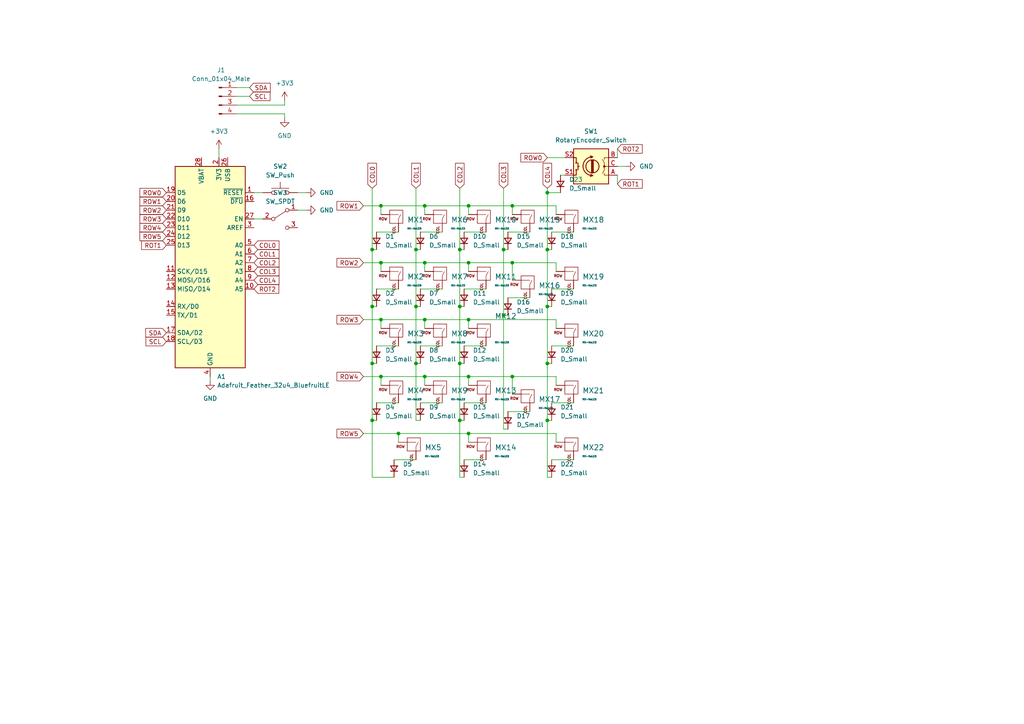
<source format=kicad_sch>
(kicad_sch (version 20211123) (generator eeschema)
  (paper "A4")
  (lib_symbols
    (symbol "Connector:Conn_01x04_Male" (pin_names (offset 1.016) hide)
      (property "Reference" "J" (at 0 5.08 0))
      (property "Value" "Conn_01x04_Male" (at 0 -7.62 0))
      (symbol "Conn_01x04_Male_1_1"
        (polyline (pts (xy 1.27 -5.08) (xy 0.8636 -5.08)) (stroke (width 0.1524)))
        (polyline (pts (xy 1.27 -2.54) (xy 0.8636 -2.54)) (stroke (width 0.1524)))
        (polyline (pts (xy 1.27 0) (xy 0.8636 0)) (stroke (width 0.1524)))
        (polyline (pts (xy 1.27 2.54) (xy 0.8636 2.54)) (stroke (width 0.1524)))
        (rectangle (start 0.8636 -4.953) (end 0 -5.207) (stroke (width 0.1524)) (fill (type outline)))
        (rectangle (start 0.8636 -2.413) (end 0 -2.667) (stroke (width 0.1524)) (fill (type outline)))
        (rectangle (start 0.8636 0.127) (end 0 -0.127) (stroke (width 0.1524)) (fill (type outline)))
        (rectangle (start 0.8636 2.667) (end 0 2.413) (stroke (width 0.1524)) (fill (type outline)))
        (pin passive line (at 5.08 2.54 180) (length 3.81) (name "Pin_1") (number "1"))
        (pin passive line (at 5.08 0 180) (length 3.81) (name "Pin_2") (number "2"))
        (pin passive line (at 5.08 -2.54 180) (length 3.81) (name "Pin_3") (number "3"))
        (pin passive line (at 5.08 -5.08 180) (length 3.81) (name "Pin_4") (number "4"))
      )
    )
    (symbol "Device:D_Small" (pin_numbers hide) (pin_names (offset 0.254) hide)
      (property "Reference" "D" (at -1.27 2.032 0))
      (property "Value" "D_Small" (at -3.81 -2.032 0))
      (symbol "D_Small_0_1"
        (polyline (pts (xy -0.762 -1.016) (xy -0.762 1.016)) (stroke (width 0.254)))
        (polyline (pts (xy -0.762 0) (xy 0.762 0)))
        (polyline (pts (xy 0.762 -1.016) (xy -0.762 0) (xy 0.762 1.016) (xy 0.762 -1.016)) (stroke (width 0.254)))
      )
      (symbol "D_Small_1_1"
        (pin passive line (at -2.54 0 0) (length 1.778) (name "K") (number "1"))
        (pin passive line (at 2.54 0 180) (length 1.778) (name "A") (number "2"))
      )
    )
    (symbol "Device:RotaryEncoder_Switch" (pin_names (offset 0.254) hide)
      (property "Reference" "SW" (at 0 6.604 0))
      (property "Value" "RotaryEncoder_Switch" (at 0 -6.604 0))
      (symbol "RotaryEncoder_Switch_0_1"
        (rectangle (start -5.08 5.08) (end 5.08 -5.08) (stroke (width 0.254)) (fill (type background)))
        (circle (center -3.81 0) (radius 0.254) (fill (type outline)))
        (arc (start -0.381 -2.794) (mid 2.3622 -0.0508) (end -0.381 2.667) (stroke (width 0.254)))
        (circle (center -0.381 0) (radius 1.905) (stroke (width 0.254)))
        (polyline (pts (xy -0.635 -1.778) (xy -0.635 1.778)) (stroke (width 0.254)))
        (polyline (pts (xy -0.381 -1.778) (xy -0.381 1.778)) (stroke (width 0.254)))
        (polyline (pts (xy -0.127 1.778) (xy -0.127 -1.778)) (stroke (width 0.254)))
        (polyline (pts (xy 3.81 0) (xy 3.429 0)) (stroke (width 0.254)))
        (polyline (pts (xy 3.81 1.016) (xy 3.81 -1.016)) (stroke (width 0.254)))
        (polyline (pts (xy -5.08 -2.54) (xy -3.81 -2.54) (xy -3.81 -2.032)))
        (polyline (pts (xy -5.08 2.54) (xy -3.81 2.54) (xy -3.81 2.032)))
        (polyline (pts (xy 0.254 -3.048) (xy -0.508 -2.794) (xy 0.127 -2.413)) (stroke (width 0.254)))
        (polyline (pts (xy 0.254 2.921) (xy -0.508 2.667) (xy 0.127 2.286)) (stroke (width 0.254)))
        (polyline (pts (xy 5.08 -2.54) (xy 4.318 -2.54) (xy 4.318 -1.016)) (stroke (width 0.254)))
        (polyline (pts (xy 5.08 2.54) (xy 4.318 2.54) (xy 4.318 1.016)) (stroke (width 0.254)))
        (polyline (pts (xy -5.08 0) (xy -3.81 0) (xy -3.81 -1.016) (xy -3.302 -2.032)))
        (polyline (pts (xy -4.318 0) (xy -3.81 0) (xy -3.81 1.016) (xy -3.302 2.032)))
        (circle (center 4.318 -1.016) (radius 0.127) (stroke (width 0.254)))
        (circle (center 4.318 1.016) (radius 0.127) (stroke (width 0.254)))
      )
      (symbol "RotaryEncoder_Switch_1_1"
        (pin passive line (at -7.62 2.54 0) (length 2.54) (name "A") (number "A"))
        (pin passive line (at -7.62 -2.54 0) (length 2.54) (name "B") (number "B"))
        (pin passive line (at -7.62 0 0) (length 2.54) (name "C") (number "C"))
        (pin passive line (at 7.62 2.54 180) (length 2.54) (name "S1") (number "S1"))
        (pin passive line (at 7.62 -2.54 180) (length 2.54) (name "S2") (number "S2"))
      )
    )
    (symbol "MCU_Module:Adafruit_Feather_32u4_BluefruitLE"
      (property "Reference" "A" (at -10.16 28.575 0))
      (property "Value" "Adafruit_Feather_32u4_BluefruitLE" (at 2.54 -31.75 0))
      (symbol "Adafruit_Feather_32u4_BluefruitLE_0_1"
        (rectangle (start -10.16 27.94) (end 10.16 -30.48) (stroke (width 0.254)) (fill (type background)))
      )
      (symbol "Adafruit_Feather_32u4_BluefruitLE_1_1"
        (pin input line (at 12.7 20.32 180) (length 2.54) (name "~{RESET}") (number "1"))
        (pin bidirectional line (at 12.7 -7.62 180) (length 2.54) (name "A5") (number "10"))
        (pin bidirectional line (at -12.7 -2.54 0) (length 2.54) (name "SCK/D15") (number "11"))
        (pin bidirectional line (at -12.7 -5.08 0) (length 2.54) (name "MOSI/D16") (number "12"))
        (pin bidirectional line (at -12.7 -7.62 0) (length 2.54) (name "MISO/D14") (number "13"))
        (pin bidirectional line (at -12.7 -12.7 0) (length 2.54) (name "RX/D0") (number "14"))
        (pin bidirectional line (at -12.7 -15.24 0) (length 2.54) (name "TX/D1") (number "15"))
        (pin input line (at 12.7 17.78 180) (length 2.54) (name "~{DFU}") (number "16"))
        (pin bidirectional line (at -12.7 -20.32 0) (length 2.54) (name "SDA/D2") (number "17"))
        (pin bidirectional line (at -12.7 -22.86 0) (length 2.54) (name "SCL/D3") (number "18"))
        (pin bidirectional line (at -12.7 20.32 0) (length 2.54) (name "D5") (number "19"))
        (pin power_in line (at 2.54 30.48 270) (length 2.54) (name "3V3") (number "2"))
        (pin bidirectional line (at -12.7 17.78 0) (length 2.54) (name "D6") (number "20"))
        (pin bidirectional line (at -12.7 15.24 0) (length 2.54) (name "D9") (number "21"))
        (pin bidirectional line (at -12.7 12.7 0) (length 2.54) (name "D10") (number "22"))
        (pin bidirectional line (at -12.7 10.16 0) (length 2.54) (name "D11") (number "23"))
        (pin bidirectional line (at -12.7 7.62 0) (length 2.54) (name "D12") (number "24"))
        (pin bidirectional line (at -12.7 5.08 0) (length 2.54) (name "D13") (number "25"))
        (pin power_in line (at 5.08 30.48 270) (length 2.54) (name "USB") (number "26"))
        (pin input line (at 12.7 12.7 180) (length 2.54) (name "EN") (number "27"))
        (pin power_in line (at -2.54 30.48 270) (length 2.54) (name "VBAT") (number "28"))
        (pin input line (at 12.7 10.16 180) (length 2.54) (name "AREF") (number "3"))
        (pin power_in line (at 0 -33.02 90) (length 2.54) (name "GND") (number "4"))
        (pin bidirectional line (at 12.7 5.08 180) (length 2.54) (name "A0") (number "5"))
        (pin bidirectional line (at 12.7 2.54 180) (length 2.54) (name "A1") (number "6"))
        (pin bidirectional line (at 12.7 0 180) (length 2.54) (name "A2") (number "7"))
        (pin bidirectional line (at 12.7 -2.54 180) (length 2.54) (name "A3") (number "8"))
        (pin bidirectional line (at 12.7 -5.08 180) (length 2.54) (name "A4") (number "9"))
      )
    )
    (symbol "MX_Alps_Hybrid:MX-NoLED" (pin_names (offset 1.016))
      (property "Reference" "MX" (at -0.635 3.81 0))
      (property "Value" "MX-NoLED" (at -0.635 1.27 0))
      (symbol "MX-NoLED_0_0"
        (rectangle (start -2.54 2.54) (end 1.27 -1.27))
        (polyline (pts (xy -1.27 -1.27) (xy -1.27 1.27)) (stroke (width 0.127)))
        (polyline (pts (xy 1.27 1.27) (xy 0 1.27) (xy -1.27 1.905)) (stroke (width 0.127)))
        (text "COL" (at 3.175 0 0) (effects (font (size 0.762 0.762))))
        (text "ROW" (at 0 -1.905 900) (effects (font (size 0.762 0.762)) (justify right)))
      )
      (symbol "MX-NoLED_1_1"
        (pin passive line (at 3.81 1.27 180) (length 2.54) (name "COL") (number "1"))
        (pin passive line (at -1.27 -3.81 90) (length 2.54) (name "ROW") (number "2"))
      )
    )
    (symbol "Switch:SW_Push" (pin_numbers hide) (pin_names (offset 1.016) hide)
      (property "Reference" "SW" (at 1.27 2.54 0))
      (property "Value" "SW_Push" (at 0 -1.524 0))
      (symbol "SW_Push_0_1"
        (circle (center -2.032 0) (radius 0.508))
        (polyline (pts (xy 0 1.27) (xy 0 3.048)))
        (polyline (pts (xy 2.54 1.27) (xy -2.54 1.27)))
        (circle (center 2.032 0) (radius 0.508))
        (pin passive line (at -5.08 0 0) (length 2.54) (name "1") (number "1"))
        (pin passive line (at 5.08 0 180) (length 2.54) (name "2") (number "2"))
      )
    )
    (symbol "Switch:SW_SPDT" (pin_names (offset 0) hide)
      (property "Reference" "SW" (at 0 4.318 0))
      (property "Value" "SW_SPDT" (at 0 -5.08 0))
      (symbol "SW_SPDT_0_0"
        (circle (center -2.032 0) (radius 0.508))
        (circle (center 2.032 -2.54) (radius 0.508))
      )
      (symbol "SW_SPDT_0_1"
        (polyline (pts (xy -1.524 0.254) (xy 1.651 2.286)))
        (circle (center 2.032 2.54) (radius 0.508))
      )
      (symbol "SW_SPDT_1_1"
        (pin passive line (at 5.08 2.54 180) (length 2.54) (name "A") (number "1"))
        (pin passive line (at -5.08 0 0) (length 2.54) (name "B") (number "2"))
        (pin passive line (at 5.08 -2.54 180) (length 2.54) (name "C") (number "3"))
      )
    )
    (symbol "power:+3V3" (power) (pin_names (offset 0))
      (property "Value" "+3V3" (at 0 3.556 0))
      (symbol "+3V3_0_1"
        (polyline (pts (xy -0.762 1.27) (xy 0 2.54)))
        (polyline (pts (xy 0 0) (xy 0 2.54)))
        (polyline (pts (xy 0 2.54) (xy 0.762 1.27)))
      )
      (symbol "+3V3_1_1"
        (pin power_in line (at 0 0 90) (length 0) hide (name "+3V3") (number "1"))
      )
    )
    (symbol "power:GND" (power) (pin_names (offset 0))
      (property "Value" "GND" (at 0 -3.81 0))
      (symbol "GND_0_1"
        (polyline (pts (xy 0 0) (xy 0 -1.27) (xy 1.27 -1.27) (xy 0 -2.54) (xy -1.27 -1.27) (xy 0 -1.27)))
      )
      (symbol "GND_1_1"
        (pin power_in line (at 0 0 270) (length 0) hide (name "GND") (number "1"))
      )
    )
  )
  (junction (at 135.89 125.73))
  (junction (at 133.35 121.92))
  (junction (at 135.89 92.71))
  (junction (at 146.05 91.44))
  (junction (at 158.75 72.39))
  (junction (at 115.57 125.73))
  (junction (at 120.65 88.9))
  (junction (at 148.59 59.69))
  (junction (at 148.59 109.22))
  (junction (at 120.65 72.39))
  (junction (at 120.65 105.41))
  (junction (at 135.89 76.2))
  (junction (at 107.95 121.92))
  (junction (at 133.35 72.39))
  (junction (at 107.95 105.41))
  (junction (at 123.19 92.71))
  (junction (at 133.35 105.41))
  (junction (at 146.05 72.39))
  (junction (at 110.49 59.69))
  (junction (at 110.49 92.71))
  (junction (at 107.95 88.9))
  (junction (at 135.89 109.22))
  (junction (at 158.75 105.41))
  (junction (at 123.19 59.69))
  (junction (at 158.75 55.88))
  (junction (at 148.59 76.2))
  (junction (at 158.75 121.92))
  (junction (at 110.49 109.22))
  (junction (at 110.49 76.2))
  (junction (at 107.95 72.39))
  (junction (at 158.75 88.9))
  (junction (at 133.35 88.9))
  (junction (at 123.19 76.2))
  (junction (at 135.89 59.69))
  (junction (at 123.19 109.22))
  (wire (pts (xy 140.97 133.35) (xy 134.62 133.35)))
  (wire (pts (xy 133.35 121.92) (xy 133.35 138.43)))
  (wire (pts (xy 82.55 34.29) (xy 82.55 33.02)))
  (wire (pts (xy 161.29 92.71) (xy 161.29 95.25)))
  (wire (pts (xy 109.22 72.39) (xy 107.95 72.39)))
  (wire (pts (xy 109.22 83.82) (xy 115.57 83.82)))
  (wire (pts (xy 133.35 121.92) (xy 134.62 121.92)))
  (wire (pts (xy 107.95 88.9) (xy 107.95 105.41)))
  (wire (pts (xy 68.58 33.02) (xy 82.55 33.02)))
  (wire (pts (xy 135.89 125.73) (xy 135.89 128.27)))
  (wire (pts (xy 147.32 72.39) (xy 146.05 72.39)))
  (wire (pts (xy 158.75 105.41) (xy 160.02 105.41)))
  (wire (pts (xy 123.19 92.71) (xy 123.19 95.25)))
  (wire (pts (xy 105.41 109.22) (xy 110.49 109.22)))
  (wire (pts (xy 161.29 76.2) (xy 148.59 76.2)))
  (wire (pts (xy 179.07 50.8) (xy 179.07 53.34)))
  (wire (pts (xy 120.65 133.35) (xy 114.3 133.35)))
  (wire (pts (xy 120.65 88.9) (xy 120.65 72.39)))
  (wire (pts (xy 133.35 72.39) (xy 133.35 88.9)))
  (wire (pts (xy 109.22 116.84) (xy 115.57 116.84)))
  (wire (pts (xy 158.75 55.88) (xy 158.75 72.39)))
  (wire (pts (xy 166.37 67.31) (xy 160.02 67.31)))
  (wire (pts (xy 161.29 125.73) (xy 161.29 128.27)))
  (wire (pts (xy 146.05 124.46) (xy 147.32 124.46)))
  (wire (pts (xy 123.19 59.69) (xy 135.89 59.69)))
  (wire (pts (xy 158.75 121.92) (xy 160.02 121.92)))
  (wire (pts (xy 123.19 109.22) (xy 135.89 109.22)))
  (wire (pts (xy 63.5 43.18) (xy 63.5 45.72)))
  (wire (pts (xy 105.41 76.2) (xy 110.49 76.2)))
  (wire (pts (xy 148.59 76.2) (xy 148.59 81.28)))
  (wire (pts (xy 135.89 59.69) (xy 135.89 62.23)))
  (wire (pts (xy 146.05 91.44) (xy 147.32 91.44)))
  (wire (pts (xy 134.62 72.39) (xy 133.35 72.39)))
  (wire (pts (xy 133.35 88.9) (xy 133.35 105.41)))
  (wire (pts (xy 158.75 138.43) (xy 160.02 138.43)))
  (wire (pts (xy 110.49 95.25) (xy 110.49 92.71)))
  (wire (pts (xy 73.66 63.5) (xy 76.2 63.5)))
  (wire (pts (xy 110.49 59.69) (xy 123.19 59.69)))
  (wire (pts (xy 107.95 54.61) (xy 107.95 72.39)))
  (wire (pts (xy 146.05 72.39) (xy 146.05 91.44)))
  (wire (pts (xy 107.95 72.39) (xy 107.95 88.9)))
  (wire (pts (xy 148.59 59.69) (xy 148.59 62.23)))
  (wire (pts (xy 146.05 91.44) (xy 146.05 124.46)))
  (wire (pts (xy 86.36 55.88) (xy 88.9 55.88)))
  (wire (pts (xy 148.59 59.69) (xy 161.29 59.69)))
  (wire (pts (xy 135.89 76.2) (xy 135.89 78.74)))
  (wire (pts (xy 105.41 92.71) (xy 110.49 92.71)))
  (wire (pts (xy 110.49 76.2) (xy 123.19 76.2)))
  (wire (pts (xy 166.37 83.82) (xy 160.02 83.82)))
  (wire (pts (xy 110.49 109.22) (xy 123.19 109.22)))
  (wire (pts (xy 158.75 54.61) (xy 158.75 55.88)))
  (wire (pts (xy 163.83 50.8) (xy 162.56 50.8)))
  (wire (pts (xy 148.59 109.22) (xy 161.29 109.22)))
  (wire (pts (xy 114.3 138.43) (xy 107.95 138.43)))
  (wire (pts (xy 68.58 25.4) (xy 72.39 25.4)))
  (wire (pts (xy 110.49 78.74) (xy 110.49 76.2)))
  (wire (pts (xy 107.95 88.9) (xy 109.22 88.9)))
  (wire (pts (xy 115.57 67.31) (xy 109.22 67.31)))
  (wire (pts (xy 109.22 100.33) (xy 115.57 100.33)))
  (wire (pts (xy 135.89 109.22) (xy 135.89 111.76)))
  (wire (pts (xy 107.95 105.41) (xy 107.95 121.92)))
  (wire (pts (xy 120.65 105.41) (xy 120.65 88.9)))
  (wire (pts (xy 153.67 86.36) (xy 147.32 86.36)))
  (wire (pts (xy 135.89 92.71) (xy 135.89 95.25)))
  (wire (pts (xy 158.75 45.72) (xy 163.83 45.72)))
  (wire (pts (xy 123.19 59.69) (xy 123.19 62.23)))
  (wire (pts (xy 120.65 88.9) (xy 121.92 88.9)))
  (wire (pts (xy 115.57 125.73) (xy 135.89 125.73)))
  (wire (pts (xy 123.19 92.71) (xy 135.89 92.71)))
  (wire (pts (xy 133.35 88.9) (xy 134.62 88.9)))
  (wire (pts (xy 158.75 72.39) (xy 158.75 88.9)))
  (wire (pts (xy 120.65 54.61) (xy 120.65 72.39)))
  (wire (pts (xy 115.57 128.27) (xy 115.57 125.73)))
  (wire (pts (xy 161.29 109.22) (xy 161.29 111.76)))
  (wire (pts (xy 73.66 55.88) (xy 76.2 55.88)))
  (wire (pts (xy 68.58 27.94) (xy 72.39 27.94)))
  (wire (pts (xy 128.27 83.82) (xy 121.92 83.82)))
  (wire (pts (xy 123.19 76.2) (xy 135.89 76.2)))
  (wire (pts (xy 133.35 105.41) (xy 134.62 105.41)))
  (wire (pts (xy 140.97 100.33) (xy 134.62 100.33)))
  (wire (pts (xy 133.35 138.43) (xy 134.62 138.43)))
  (wire (pts (xy 133.35 105.41) (xy 133.35 121.92)))
  (wire (pts (xy 135.89 125.73) (xy 161.29 125.73)))
  (wire (pts (xy 105.41 125.73) (xy 115.57 125.73)))
  (wire (pts (xy 128.27 100.33) (xy 121.92 100.33)))
  (wire (pts (xy 166.37 116.84) (xy 160.02 116.84)))
  (wire (pts (xy 110.49 62.23) (xy 110.49 59.69)))
  (wire (pts (xy 135.89 76.2) (xy 148.59 76.2)))
  (wire (pts (xy 146.05 54.61) (xy 146.05 72.39)))
  (wire (pts (xy 135.89 59.69) (xy 148.59 59.69)))
  (wire (pts (xy 161.29 59.69) (xy 161.29 62.23)))
  (wire (pts (xy 179.07 45.72) (xy 179.07 43.18)))
  (wire (pts (xy 166.37 100.33) (xy 160.02 100.33)))
  (wire (pts (xy 68.58 30.48) (xy 82.55 30.48)))
  (wire (pts (xy 158.75 88.9) (xy 160.02 88.9)))
  (wire (pts (xy 82.55 30.48) (xy 82.55 29.21)))
  (wire (pts (xy 153.67 67.31) (xy 147.32 67.31)))
  (wire (pts (xy 128.27 67.31) (xy 121.92 67.31)))
  (wire (pts (xy 140.97 83.82) (xy 134.62 83.82)))
  (wire (pts (xy 135.89 109.22) (xy 148.59 109.22)))
  (wire (pts (xy 105.41 59.69) (xy 110.49 59.69)))
  (wire (pts (xy 160.02 72.39) (xy 158.75 72.39)))
  (wire (pts (xy 109.22 121.92) (xy 107.95 121.92)))
  (wire (pts (xy 110.49 111.76) (xy 110.49 109.22)))
  (wire (pts (xy 158.75 105.41) (xy 158.75 121.92)))
  (wire (pts (xy 120.65 72.39) (xy 121.92 72.39)))
  (wire (pts (xy 148.59 109.22) (xy 148.59 114.3)))
  (wire (pts (xy 158.75 88.9) (xy 158.75 105.41)))
  (wire (pts (xy 121.92 121.92) (xy 120.65 121.92)))
  (wire (pts (xy 162.56 55.88) (xy 158.75 55.88)))
  (wire (pts (xy 128.27 116.84) (xy 121.92 116.84)))
  (wire (pts (xy 120.65 121.92) (xy 120.65 105.41)))
  (wire (pts (xy 109.22 105.41) (xy 107.95 105.41)))
  (wire (pts (xy 140.97 116.84) (xy 134.62 116.84)))
  (wire (pts (xy 123.19 109.22) (xy 123.19 111.76)))
  (wire (pts (xy 140.97 67.31) (xy 134.62 67.31)))
  (wire (pts (xy 135.89 92.71) (xy 161.29 92.71)))
  (wire (pts (xy 179.07 48.26) (xy 181.61 48.26)))
  (wire (pts (xy 158.75 121.92) (xy 158.75 138.43)))
  (wire (pts (xy 86.36 60.96) (xy 88.9 60.96)))
  (wire (pts (xy 107.95 138.43) (xy 107.95 121.92)))
  (wire (pts (xy 161.29 78.74) (xy 161.29 76.2)))
  (wire (pts (xy 123.19 76.2) (xy 123.19 78.74)))
  (wire (pts (xy 166.37 133.35) (xy 160.02 133.35)))
  (wire (pts (xy 153.67 119.38) (xy 147.32 119.38)))
  (wire (pts (xy 110.49 92.71) (xy 123.19 92.71)))
  (wire (pts (xy 133.35 54.61) (xy 133.35 72.39)))
  (wire (pts (xy 60.96 109.22) (xy 60.96 110.49)))
  (wire (pts (xy 120.65 105.41) (xy 121.92 105.41)))
  (global_label "ROW1" (shape input) (at 105.41 59.69 180) (property "Intersheet References" "${INTERSHEET_REFS}" (effects hide)))
  (global_label "SDA" (shape input) (at 72.39 25.4 0) (property "Intersheet References" "${INTERSHEET_REFS}" (effects hide)))
  (global_label "ROT1" (shape input) (at 48.26 71.12 180) (property "Intersheet References" "${INTERSHEET_REFS}" (effects hide)))
  (global_label "ROW4" (shape input) (at 48.26 66.04 180) (property "Intersheet References" "${INTERSHEET_REFS}" (effects hide)))
  (global_label "COL2" (shape input) (at 133.35 54.61 90) (property "Intersheet References" "${INTERSHEET_REFS}" (effects hide)))
  (global_label "COL3" (shape input) (at 73.66 78.74 0) (property "Intersheet References" "${INTERSHEET_REFS}" (effects hide)))
  (global_label "ROW0" (shape input) (at 158.75 45.72 180) (property "Intersheet References" "${INTERSHEET_REFS}" (effects hide)))
  (global_label "ROW2" (shape input) (at 105.41 76.2 180) (property "Intersheet References" "${INTERSHEET_REFS}" (effects hide)))
  (global_label "COL1" (shape input) (at 73.66 73.66 0) (property "Intersheet References" "${INTERSHEET_REFS}" (effects hide)))
  (global_label "SCL" (shape input) (at 72.39 27.94 0) (property "Intersheet References" "${INTERSHEET_REFS}" (effects hide)))
  (global_label "COL1" (shape input) (at 120.65 54.61 90) (property "Intersheet References" "${INTERSHEET_REFS}" (effects hide)))
  (global_label "ROT2" (shape input) (at 73.66 83.82 0) (property "Intersheet References" "${INTERSHEET_REFS}" (effects hide)))
  (global_label "ROW4" (shape input) (at 105.41 109.22 180) (property "Intersheet References" "${INTERSHEET_REFS}" (effects hide)))
  (global_label "SDA" (shape input) (at 48.26 96.52 180) (property "Intersheet References" "${INTERSHEET_REFS}" (effects hide)))
  (global_label "ROT1" (shape input) (at 179.07 53.34 0) (property "Intersheet References" "${INTERSHEET_REFS}" (effects hide)))
  (global_label "ROW5" (shape input) (at 105.41 125.73 180) (property "Intersheet References" "${INTERSHEET_REFS}" (effects hide)))
  (global_label "ROW3" (shape input) (at 48.26 63.5 180) (property "Intersheet References" "${INTERSHEET_REFS}" (effects hide)))
  (global_label "COL0" (shape input) (at 107.95 54.61 90) (property "Intersheet References" "${INTERSHEET_REFS}" (effects hide)))
  (global_label "ROW2" (shape input) (at 48.26 60.96 180) (property "Intersheet References" "${INTERSHEET_REFS}" (effects hide)))
  (global_label "COL0" (shape input) (at 73.66 71.12 0) (property "Intersheet References" "${INTERSHEET_REFS}" (effects hide)))
  (global_label "COL4" (shape input) (at 73.66 81.28 0) (property "Intersheet References" "${INTERSHEET_REFS}" (effects hide)))
  (global_label "COL4" (shape input) (at 158.75 54.61 90) (property "Intersheet References" "${INTERSHEET_REFS}" (effects hide)))
  (global_label "ROW0" (shape input) (at 48.26 55.88 180) (property "Intersheet References" "${INTERSHEET_REFS}" (effects hide)))
  (global_label "ROT2" (shape input) (at 179.07 43.18 0) (property "Intersheet References" "${INTERSHEET_REFS}" (effects hide)))
  (global_label "ROW1" (shape input) (at 48.26 58.42 180) (property "Intersheet References" "${INTERSHEET_REFS}" (effects hide)))
  (global_label "SCL" (shape input) (at 48.26 99.06 180) (property "Intersheet References" "${INTERSHEET_REFS}" (effects hide)))
  (global_label "COL3" (shape input) (at 146.05 54.61 90) (property "Intersheet References" "${INTERSHEET_REFS}" (effects hide)))
  (global_label "ROW3" (shape input) (at 105.41 92.71 180) (property "Intersheet References" "${INTERSHEET_REFS}" (effects hide)))
  (global_label "COL2" (shape input) (at 73.66 76.2 0) (property "Intersheet References" "${INTERSHEET_REFS}" (effects hide)))
  (global_label "ROW5" (shape input) (at 48.26 68.58 180) (property "Intersheet References" "${INTERSHEET_REFS}" (effects hide)))
  (symbol (lib_id "MX_Alps_Hybrid:MX-NoLED") (at 165.1 113.03 270) (unit 1)
    (property "Reference" "MX21" (at 168.91 113.2806 90) (effects (font (size 1.524 1.524)) (justify left)))
    (property "Value" "MX-NoLED" (at 168.91 115.8205 90) (effects (font (size 0.508 0.508)) (justify left)))
    (property "Footprint" "MX_Alps_Hybrid:MX-1U-NoLED" (effects hide))
  )
  (symbol (lib_id "Device:D_Small") (at 162.56 53.34 90) (unit 1)
    (property "Reference" "D23" (at 165.1 52.0699 90) (effects (justify right)))
    (property "Value" "D_Small" (at 165.1 54.6099 90) (effects (justify right)))
    (property "Footprint" "Diode_THT:D_DO-35_SOD27_P7.62mm_Horizontal" (effects hide))
  )
  (symbol (lib_id "Device:D_Small") (at 121.92 102.87 90) (unit 1)
    (property "Reference" "D8" (at 124.46 101.5999 90) (effects (justify right)))
    (property "Value" "D_Small" (at 124.46 104.1399 90) (effects (justify right)))
    (property "Footprint" "Diode_THT:D_DO-35_SOD27_P7.62mm_Horizontal" (effects hide))
  )
  (symbol (lib_id "power:GND") (at 181.61 48.26 90) (unit 1)
    (property "Reference" "#PWR0104" (effects hide))
    (property "Value" "GND" (at 185.42 48.2599 90) (effects (justify right)))
  )
  (symbol (lib_id "Device:D_Small") (at 147.32 121.92 90) (unit 1)
    (property "Reference" "D17" (at 149.86 120.6499 90) (effects (justify right)))
    (property "Value" "D_Small" (at 149.86 123.1899 90) (effects (justify right)))
    (property "Footprint" "Diode_THT:D_DO-35_SOD27_P7.62mm_Horizontal" (effects hide))
  )
  (symbol (lib_id "Device:D_Small") (at 147.32 69.85 90) (unit 1)
    (property "Reference" "D15" (at 149.86 68.5799 90) (effects (justify right)))
    (property "Value" "D_Small" (at 149.86 71.1199 90) (effects (justify right)))
    (property "Footprint" "Diode_THT:D_DO-35_SOD27_P7.62mm_Horizontal" (effects hide))
  )
  (symbol (lib_id "Device:RotaryEncoder_Switch") (at 171.45 48.26 180) (unit 1)
    (property "Reference" "SW1" (at 171.45 38.1 0))
    (property "Value" "RotaryEncoder_Switch" (at 171.45 40.64 0))
    (property "Footprint" "Rotary_Encoder:RotaryEncoder_Alps_EC11E-Switch_Vertical_H20mm_CircularMountingHoles" (effects hide))
  )
  (symbol (lib_id "power:GND") (at 88.9 55.88 90) (unit 1)
    (property "Reference" "#PWR0103" (effects hide))
    (property "Value" "GND" (at 92.71 55.8799 90) (effects (justify right)))
  )
  (symbol (lib_id "power:+3V3") (at 82.55 29.21 0) (unit 1)
    (property "Reference" "#PWR0106" (effects hide))
    (property "Value" "+3V3" (at 82.55 24.13 0))
  )
  (symbol (lib_id "MX_Alps_Hybrid:MX-NoLED") (at 139.7 96.52 270) (unit 1)
    (property "Reference" "MX12" (at 143.51 91.6906 90) (effects (font (size 1.524 1.524)) (justify left)))
    (property "Value" "MX-NoLED" (at 143.51 99.3105 90) (effects (font (size 0.508 0.508)) (justify left)))
    (property "Footprint" "MX_Alps_Hybrid:MX-1U-NoLED" (effects hide))
  )
  (symbol (lib_id "Device:D_Small") (at 134.62 135.89 90) (unit 1)
    (property "Reference" "D14" (at 137.16 134.6199 90) (effects (justify right)))
    (property "Value" "D_Small" (at 137.16 137.1599 90) (effects (justify right)))
    (property "Footprint" "Diode_THT:D_DO-35_SOD27_P7.62mm_Horizontal" (effects hide))
  )
  (symbol (lib_id "Device:D_Small") (at 114.3 135.89 90) (unit 1)
    (property "Reference" "D5" (at 116.84 134.6199 90) (effects (justify right)))
    (property "Value" "D_Small" (at 116.84 137.1599 90) (effects (justify right)))
    (property "Footprint" "Diode_THT:D_DO-35_SOD27_P7.62mm_Horizontal" (effects hide))
  )
  (symbol (lib_id "power:GND") (at 88.9 60.96 90) (unit 1)
    (property "Reference" "#PWR0102" (effects hide))
    (property "Value" "GND" (at 92.71 60.9599 90) (effects (justify right)))
  )
  (symbol (lib_id "Device:D_Small") (at 134.62 119.38 90) (unit 1)
    (property "Reference" "D13" (at 137.16 118.1099 90) (effects (justify right)))
    (property "Value" "D_Small" (at 137.16 120.6499 90) (effects (justify right)))
    (property "Footprint" "Diode_THT:D_DO-35_SOD27_P7.62mm_Horizontal" (effects hide))
  )
  (symbol (lib_id "Device:D_Small") (at 160.02 102.87 90) (unit 1)
    (property "Reference" "D20" (at 162.56 101.5999 90) (effects (justify right)))
    (property "Value" "D_Small" (at 162.56 104.1399 90) (effects (justify right)))
    (property "Footprint" "Diode_THT:D_DO-35_SOD27_P7.62mm_Horizontal" (effects hide))
  )
  (symbol (lib_id "MX_Alps_Hybrid:MX-NoLED") (at 127 80.01 270) (unit 1)
    (property "Reference" "MX7" (at 130.81 80.2606 90) (effects (font (size 1.524 1.524)) (justify left)))
    (property "Value" "MX-NoLED" (at 130.81 82.8005 90) (effects (font (size 0.508 0.508)) (justify left)))
    (property "Footprint" "MX_Alps_Hybrid:MX-1U-NoLED" (effects hide))
  )
  (symbol (lib_id "MX_Alps_Hybrid:MX-NoLED") (at 165.1 63.5 270) (unit 1)
    (property "Reference" "MX18" (at 168.91 63.7506 90) (effects (font (size 1.524 1.524)) (justify left)))
    (property "Value" "MX-NoLED" (at 168.91 66.2905 90) (effects (font (size 0.508 0.508)) (justify left)))
    (property "Footprint" "MX_Alps_Hybrid:MX-1U-NoLED" (effects hide))
  )
  (symbol (lib_id "MX_Alps_Hybrid:MX-NoLED") (at 114.3 96.52 270) (unit 1)
    (property "Reference" "MX3" (at 118.11 96.7706 90) (effects (font (size 1.524 1.524)) (justify left)))
    (property "Value" "MX-NoLED" (at 118.11 99.3105 90) (effects (font (size 0.508 0.508)) (justify left)))
    (property "Footprint" "MX_Alps_Hybrid:MX-1U-NoLED" (effects hide))
  )
  (symbol (lib_id "MX_Alps_Hybrid:MX-NoLED") (at 127 113.03 270) (unit 1)
    (property "Reference" "MX9" (at 130.81 113.2806 90) (effects (font (size 1.524 1.524)) (justify left)))
    (property "Value" "MX-NoLED" (at 130.81 115.8205 90) (effects (font (size 0.508 0.508)) (justify left)))
    (property "Footprint" "MX_Alps_Hybrid:MX-1U-NoLED" (effects hide))
  )
  (symbol (lib_id "power:GND") (at 60.96 110.49 0) (unit 1)
    (property "Reference" "#PWR0101" (effects hide))
    (property "Value" "GND" (at 60.96 115.57 0))
  )
  (symbol (lib_id "MX_Alps_Hybrid:MX-NoLED") (at 139.7 129.54 270) (unit 1)
    (property "Reference" "MX14" (at 143.51 129.7906 90) (effects (font (size 1.524 1.524)) (justify left)))
    (property "Value" "MX-NoLED" (at 143.51 132.3305 90) (effects (font (size 0.508 0.508)) (justify left)))
    (property "Footprint" "MX_Alps_Hybrid:MX-1U-NoLED" (effects hide))
  )
  (symbol (lib_id "Device:D_Small") (at 109.22 69.85 90) (unit 1)
    (property "Reference" "D1" (at 111.76 68.5799 90) (effects (justify right)))
    (property "Value" "D_Small" (at 111.76 71.1199 90) (effects (justify right)))
    (property "Footprint" "Diode_THT:D_DO-35_SOD27_P7.62mm_Horizontal" (effects hide))
  )
  (symbol (lib_id "power:GND") (at 82.55 34.29 0) (unit 1)
    (property "Reference" "#PWR0105" (effects hide))
    (property "Value" "GND" (at 82.55 39.37 0))
  )
  (symbol (lib_id "Device:D_Small") (at 160.02 86.36 90) (unit 1)
    (property "Reference" "D19" (at 162.56 85.0899 90) (effects (justify right)))
    (property "Value" "D_Small" (at 162.56 87.6299 90) (effects (justify right)))
    (property "Footprint" "Diode_THT:D_DO-35_SOD27_P7.62mm_Horizontal" (effects hide))
  )
  (symbol (lib_id "MX_Alps_Hybrid:MX-NoLED") (at 139.7 80.01 270) (unit 1)
    (property "Reference" "MX11" (at 143.51 80.2606 90) (effects (font (size 1.524 1.524)) (justify left)))
    (property "Value" "MX-NoLED" (at 143.51 82.8005 90) (effects (font (size 0.508 0.508)) (justify left)))
    (property "Footprint" "MX_Alps_Hybrid:MX-1U-NoLED" (effects hide))
  )
  (symbol (lib_id "Device:D_Small") (at 160.02 69.85 90) (unit 1)
    (property "Reference" "D18" (at 162.56 68.5799 90) (effects (justify right)))
    (property "Value" "D_Small" (at 162.56 71.1199 90) (effects (justify right)))
    (property "Footprint" "Diode_THT:D_DO-35_SOD27_P7.62mm_Horizontal" (effects hide))
  )
  (symbol (lib_id "Device:D_Small") (at 121.92 69.85 90) (unit 1)
    (property "Reference" "D6" (at 124.46 68.5799 90) (effects (justify right)))
    (property "Value" "D_Small" (at 124.46 71.1199 90) (effects (justify right)))
    (property "Footprint" "Diode_THT:D_DO-35_SOD27_P7.62mm_Horizontal" (effects hide))
  )
  (symbol (lib_id "MX_Alps_Hybrid:MX-NoLED") (at 152.4 63.5 270) (unit 1)
    (property "Reference" "MX15" (at 156.21 63.7506 90) (effects (font (size 1.524 1.524)) (justify left)))
    (property "Value" "MX-NoLED" (at 156.21 66.2905 90) (effects (font (size 0.508 0.508)) (justify left)))
    (property "Footprint" "MX_Alps_Hybrid:MX-1U-NoLED" (effects hide))
  )
  (symbol (lib_id "MX_Alps_Hybrid:MX-NoLED") (at 165.1 129.54 270) (unit 1)
    (property "Reference" "MX22" (at 168.91 129.7906 90) (effects (font (size 1.524 1.524)) (justify left)))
    (property "Value" "MX-NoLED" (at 168.91 132.3305 90) (effects (font (size 0.508 0.508)) (justify left)))
    (property "Footprint" "MX_Alps_Hybrid:MX-1U-NoLED" (effects hide))
  )
  (symbol (lib_id "MX_Alps_Hybrid:MX-NoLED") (at 114.3 113.03 270) (unit 1)
    (property "Reference" "MX4" (at 118.11 113.2806 90) (effects (font (size 1.524 1.524)) (justify left)))
    (property "Value" "MX-NoLED" (at 118.11 115.8205 90) (effects (font (size 0.508 0.508)) (justify left)))
    (property "Footprint" "MX_Alps_Hybrid:MX-1U-NoLED" (effects hide))
  )
  (symbol (lib_id "MX_Alps_Hybrid:MX-NoLED") (at 114.3 80.01 270) (unit 1)
    (property "Reference" "MX2" (at 118.11 80.2606 90) (effects (font (size 1.524 1.524)) (justify left)))
    (property "Value" "MX-NoLED" (at 118.11 82.8005 90) (effects (font (size 0.508 0.508)) (justify left)))
    (property "Footprint" "MX_Alps_Hybrid:MX-1U-NoLED" (effects hide))
  )
  (symbol (lib_id "Device:D_Small") (at 134.62 86.36 90) (unit 1)
    (property "Reference" "D11" (at 137.16 85.0899 90) (effects (justify right)))
    (property "Value" "D_Small" (at 137.16 87.6299 90) (effects (justify right)))
    (property "Footprint" "Diode_THT:D_DO-35_SOD27_P7.62mm_Horizontal" (effects hide))
  )
  (symbol (lib_id "Device:D_Small") (at 160.02 135.89 90) (unit 1)
    (property "Reference" "D22" (at 162.56 134.6199 90) (effects (justify right)))
    (property "Value" "D_Small" (at 162.56 137.1599 90) (effects (justify right)))
    (property "Footprint" "Diode_THT:D_DO-35_SOD27_P7.62mm_Horizontal" (effects hide))
  )
  (symbol (lib_id "MX_Alps_Hybrid:MX-NoLED") (at 165.1 80.01 270) (unit 1)
    (property "Reference" "MX19" (at 168.91 80.2606 90) (effects (font (size 1.524 1.524)) (justify left)))
    (property "Value" "MX-NoLED" (at 168.91 82.8005 90) (effects (font (size 0.508 0.508)) (justify left)))
    (property "Footprint" "MX_Alps_Hybrid:MX-1U-NoLED" (effects hide))
  )
  (symbol (lib_id "MCU_Module:Adafruit_Feather_32u4_BluefruitLE") (at 60.96 76.2 0) (unit 1)
    (property "Reference" "A1" (at 62.9794 109.22 0) (effects (justify left)))
    (property "Value" "Adafruit_Feather_32u4_BluefruitLE" (at 62.9794 111.76 0) (effects (justify left)))
    (property "Footprint" "Module:Adafruit_Feather" (effects hide))
    (property "Datasheet" "https://cdn-learn.adafruit.com/downloads/pdf/adafruit-feather-32u4-bluefruit-le.pdf" (effects hide))
  )
  (symbol (lib_id "MX_Alps_Hybrid:MX-NoLED") (at 127 63.5 270) (unit 1)
    (property "Reference" "MX6" (at 130.81 63.7506 90) (effects (font (size 1.524 1.524)) (justify left)))
    (property "Value" "MX-NoLED" (at 130.81 66.2905 90) (effects (font (size 0.508 0.508)) (justify left)))
    (property "Footprint" "MX_Alps_Hybrid:MX-1U-NoLED" (effects hide))
  )
  (symbol (lib_id "Device:D_Small") (at 147.32 88.9 90) (unit 1)
    (property "Reference" "D16" (at 149.86 87.6299 90) (effects (justify right)))
    (property "Value" "D_Small" (at 149.86 90.1699 90) (effects (justify right)))
    (property "Footprint" "Diode_THT:D_DO-35_SOD27_P7.62mm_Horizontal" (effects hide))
  )
  (symbol (lib_id "MX_Alps_Hybrid:MX-NoLED") (at 152.4 115.57 270) (unit 1)
    (property "Reference" "MX17" (at 156.21 115.8206 90) (effects (font (size 1.524 1.524)) (justify left)))
    (property "Value" "MX-NoLED" (at 156.21 118.3605 90) (effects (font (size 0.508 0.508)) (justify left)))
    (property "Footprint" "MX_Alps_Hybrid:MX-2U-NoLED" (effects hide))
  )
  (symbol (lib_id "MX_Alps_Hybrid:MX-NoLED") (at 127 96.52 270) (unit 1)
    (property "Reference" "MX8" (at 130.81 96.7706 90) (effects (font (size 1.524 1.524)) (justify left)))
    (property "Value" "MX-NoLED" (at 130.81 99.3105 90) (effects (font (size 0.508 0.508)) (justify left)))
    (property "Footprint" "MX_Alps_Hybrid:MX-1U-NoLED" (effects hide))
  )
  (symbol (lib_id "Device:D_Small") (at 109.22 119.38 90) (unit 1)
    (property "Reference" "D4" (at 111.76 118.1099 90) (effects (justify right)))
    (property "Value" "D_Small" (at 111.76 120.6499 90) (effects (justify right)))
    (property "Footprint" "Diode_THT:D_DO-35_SOD27_P7.62mm_Horizontal" (effects hide))
  )
  (symbol (lib_id "Device:D_Small") (at 109.22 102.87 90) (unit 1)
    (property "Reference" "D3" (at 111.76 101.5999 90) (effects (justify right)))
    (property "Value" "D_Small" (at 111.76 104.1399 90) (effects (justify right)))
    (property "Footprint" "Diode_THT:D_DO-35_SOD27_P7.62mm_Horizontal" (effects hide))
  )
  (symbol (lib_id "MX_Alps_Hybrid:MX-NoLED") (at 139.7 63.5 270) (unit 1)
    (property "Reference" "MX10" (at 143.51 63.7506 90) (effects (font (size 1.524 1.524)) (justify left)))
    (property "Value" "MX-NoLED" (at 143.51 66.2905 90) (effects (font (size 0.508 0.508)) (justify left)))
    (property "Footprint" "MX_Alps_Hybrid:MX-1U-NoLED" (effects hide))
  )
  (symbol (lib_id "MX_Alps_Hybrid:MX-NoLED") (at 165.1 96.52 270) (unit 1)
    (property "Reference" "MX20" (at 168.91 96.7706 90) (effects (font (size 1.524 1.524)) (justify left)))
    (property "Value" "MX-NoLED" (at 168.91 99.3105 90) (effects (font (size 0.508 0.508)) (justify left)))
    (property "Footprint" "MX_Alps_Hybrid:MX-1U-NoLED" (effects hide))
  )
  (symbol (lib_id "Device:D_Small") (at 121.92 86.36 90) (unit 1)
    (property "Reference" "D7" (at 124.46 85.0899 90) (effects (justify right)))
    (property "Value" "D_Small" (at 124.46 87.6299 90) (effects (justify right)))
    (property "Footprint" "Diode_THT:D_DO-35_SOD27_P7.62mm_Horizontal" (effects hide))
  )
  (symbol (lib_id "Device:D_Small") (at 109.22 86.36 90) (unit 1)
    (property "Reference" "D2" (at 111.76 85.0899 90) (effects (justify right)))
    (property "Value" "D_Small" (at 111.76 87.6299 90) (effects (justify right)))
    (property "Footprint" "Diode_THT:D_DO-35_SOD27_P7.62mm_Horizontal" (effects hide))
  )
  (symbol (lib_id "MX_Alps_Hybrid:MX-NoLED") (at 114.3 63.5 270) (unit 1)
    (property "Reference" "MX1" (at 118.11 63.7506 90) (effects (font (size 1.524 1.524)) (justify left)))
    (property "Value" "MX-NoLED" (at 118.11 66.2905 90) (effects (font (size 0.508 0.508)) (justify left)))
    (property "Footprint" "MX_Alps_Hybrid:MX-1U-NoLED" (effects hide))
  )
  (symbol (lib_id "Device:D_Small") (at 121.92 119.38 90) (unit 1)
    (property "Reference" "D9" (at 124.46 118.1099 90) (effects (justify right)))
    (property "Value" "D_Small" (at 124.46 120.6499 90) (effects (justify right)))
    (property "Footprint" "Diode_THT:D_DO-35_SOD27_P7.62mm_Horizontal" (effects hide))
  )
  (symbol (lib_id "MX_Alps_Hybrid:MX-NoLED") (at 152.4 82.55 270) (unit 1)
    (property "Reference" "MX16" (at 156.21 82.8006 90) (effects (font (size 1.524 1.524)) (justify left)))
    (property "Value" "MX-NoLED" (at 156.21 85.3405 90) (effects (font (size 0.508 0.508)) (justify left)))
    (property "Footprint" "MX_Alps_Hybrid:MX-2U-NoLED" (effects hide))
  )
  (symbol (lib_id "MX_Alps_Hybrid:MX-NoLED") (at 139.7 113.03 270) (unit 1)
    (property "Reference" "MX13" (at 143.51 113.2806 90) (effects (font (size 1.524 1.524)) (justify left)))
    (property "Value" "MX-NoLED" (at 143.51 115.8205 90) (effects (font (size 0.508 0.508)) (justify left)))
    (property "Footprint" "MX_Alps_Hybrid:MX-1U-NoLED" (effects hide))
  )
  (symbol (lib_id "Connector:Conn_01x04_Male") (at 63.5 27.94 0) (unit 1)
    (property "Reference" "J1" (at 64.135 20.32 0))
    (property "Value" "Conn_01x04_Male" (at 64.135 22.86 0))
    (property "Footprint" "KiCad-SSD1306-0.91-OLED-4pin-128x32:SSD1306-0.91-OLED-4pin-128x32" (effects hide))
  )
  (symbol (lib_id "power:+3V3") (at 63.5 43.18 0) (unit 1)
    (property "Reference" "#PWR?" (effects hide))
    (property "Value" "+3V3" (at 63.5 38.1 0))
  )
  (symbol (lib_id "Device:D_Small") (at 134.62 102.87 90) (unit 1)
    (property "Reference" "D12" (at 137.16 101.5999 90) (effects (justify right)))
    (property "Value" "D_Small" (at 137.16 104.1399 90) (effects (justify right)))
    (property "Footprint" "Diode_THT:D_DO-35_SOD27_P7.62mm_Horizontal" (effects hide))
  )
  (symbol (lib_id "Switch:SW_Push") (at 81.28 55.88 0) (unit 1)
    (property "Reference" "SW2" (at 81.28 48.26 0))
    (property "Value" "SW_Push" (at 81.28 50.8 0))
    (property "Footprint" "random-keyboard-parts:SKQG-1155865" (effects hide))
  )
  (symbol (lib_id "Device:D_Small") (at 134.62 69.85 90) (unit 1)
    (property "Reference" "D10" (at 137.16 68.5799 90) (effects (justify right)))
    (property "Value" "D_Small" (at 137.16 71.1199 90) (effects (justify right)))
    (property "Footprint" "Diode_THT:D_DO-35_SOD27_P7.62mm_Horizontal" (effects hide))
  )
  (symbol (lib_id "Device:D_Small") (at 160.02 119.38 90) (unit 1)
    (property "Reference" "D21" (at 162.56 118.1099 90) (effects (justify right)))
    (property "Value" "D_Small" (at 162.56 120.6499 90) (effects (justify right)))
    (property "Footprint" "Diode_THT:D_DO-35_SOD27_P7.62mm_Horizontal" (effects hide))
  )
  (symbol (lib_id "MX_Alps_Hybrid:MX-NoLED") (at 119.38 129.54 270) (unit 1)
    (property "Reference" "MX5" (at 123.19 129.7906 90) (effects (font (size 1.524 1.524)) (justify left)))
    (property "Value" "MX-NoLED" (at 123.19 132.3305 90) (effects (font (size 0.508 0.508)) (justify left)))
    (property "Footprint" "MX_Alps_Hybrid:MX-2U-NoLED" (effects hide))
  )
  (symbol (lib_id "Switch:SW_SPDT") (at 81.28 63.5 0) (unit 1)
    (property "Reference" "SW3" (at 81.28 55.88 0))
    (property "Value" "SW_SPDT" (at 81.28 58.42 0))
    (property "Footprint" "Button_Switch_THT:SW_Slide_1P2T_CK_OS102011MS2Q" (effects hide))
  )
)
</source>
